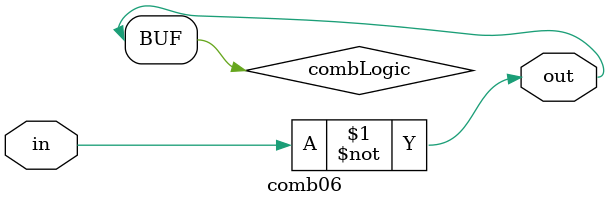
<source format=v>
module comb06 (in,out);
  // tmrg default triplicate
  // tmrg do_not_triplicate combLogic
  input in;
  output out;
  wire combLogic;
  assign combLogic = ~in;
  assign out = combLogic;
endmodule

</source>
